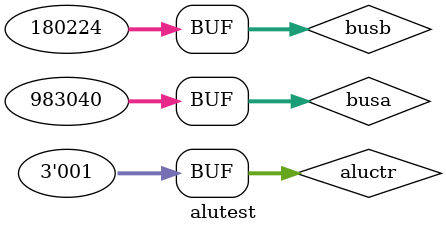
<source format=v>
module alutest();
	reg [31:0] busa, busb;
	reg [2:0]aluctr;	
	wire zero;
	wire [31:0] result;
	initial begin
		//addu
		busa = 32'b1000_0000_0000_1111_0000_0000_0000_0000;
		busb = 32'b0000_0000_0000_0011_1100_0000_0000_0000;
		aluctr = 3'b000;

		//add
		#100 busa = 32'b0000_0000_0000_1111_0000_0000_0000_0000;
		busb = 32'b0000_0000_0000_0010_1100_0000_0000_0000;
		aluctr = 3'b001;
	end

	alu alu(busa,busb,aluctr,zero,result);
endmodule

</source>
